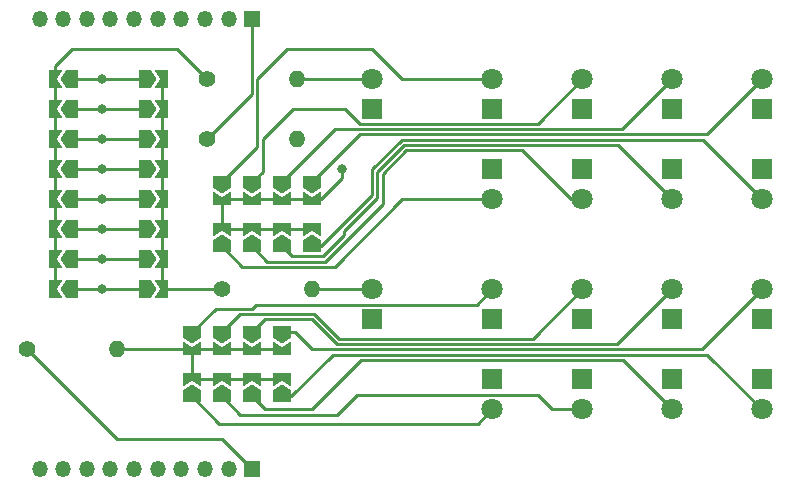
<source format=gtl>
%TF.GenerationSoftware,KiCad,Pcbnew,7.0.8*%
%TF.CreationDate,2023-10-10T01:17:21-07:00*%
%TF.ProjectId,htpm_control_module_display,6874706d-5f63-46f6-9e74-726f6c5f6d6f,1*%
%TF.SameCoordinates,Original*%
%TF.FileFunction,Copper,L1,Top*%
%TF.FilePolarity,Positive*%
%FSLAX46Y46*%
G04 Gerber Fmt 4.6, Leading zero omitted, Abs format (unit mm)*
G04 Created by KiCad (PCBNEW 7.0.8) date 2023-10-10 01:17:21*
%MOMM*%
%LPD*%
G01*
G04 APERTURE LIST*
G04 Aperture macros list*
%AMFreePoly0*
4,1,6,1.000000,0.000000,0.500000,-0.750000,-0.500000,-0.750000,-0.500000,0.750000,0.500000,0.750000,1.000000,0.000000,1.000000,0.000000,$1*%
%AMFreePoly1*
4,1,6,0.500000,-0.750000,-0.650000,-0.750000,-0.150000,0.000000,-0.650000,0.750000,0.500000,0.750000,0.500000,-0.750000,0.500000,-0.750000,$1*%
G04 Aperture macros list end*
%TA.AperFunction,ComponentPad*%
%ADD10R,1.800000X1.800000*%
%TD*%
%TA.AperFunction,ComponentPad*%
%ADD11C,1.800000*%
%TD*%
%TA.AperFunction,SMDPad,CuDef*%
%ADD12FreePoly0,90.000000*%
%TD*%
%TA.AperFunction,SMDPad,CuDef*%
%ADD13FreePoly1,90.000000*%
%TD*%
%TA.AperFunction,ComponentPad*%
%ADD14R,1.350000X1.350000*%
%TD*%
%TA.AperFunction,ComponentPad*%
%ADD15O,1.350000X1.350000*%
%TD*%
%TA.AperFunction,SMDPad,CuDef*%
%ADD16FreePoly0,180.000000*%
%TD*%
%TA.AperFunction,SMDPad,CuDef*%
%ADD17FreePoly1,180.000000*%
%TD*%
%TA.AperFunction,SMDPad,CuDef*%
%ADD18FreePoly0,270.000000*%
%TD*%
%TA.AperFunction,SMDPad,CuDef*%
%ADD19FreePoly1,270.000000*%
%TD*%
%TA.AperFunction,SMDPad,CuDef*%
%ADD20FreePoly0,0.000000*%
%TD*%
%TA.AperFunction,SMDPad,CuDef*%
%ADD21FreePoly1,0.000000*%
%TD*%
%TA.AperFunction,ComponentPad*%
%ADD22C,1.400000*%
%TD*%
%TA.AperFunction,ComponentPad*%
%ADD23O,1.400000X1.400000*%
%TD*%
%TA.AperFunction,ViaPad*%
%ADD24C,0.800000*%
%TD*%
%TA.AperFunction,Conductor*%
%ADD25C,0.250000*%
%TD*%
G04 APERTURE END LIST*
D10*
%TO.P,D7,1,K*%
%TO.N,GND*%
X147320000Y-86360000D03*
D11*
%TO.P,D7,2,A*%
%TO.N,Net-(D7-A)*%
X147320000Y-88900000D03*
%TD*%
D12*
%TO.P,JP8,1,A*%
%TO.N,Net-(D10-A)*%
X132080000Y-92890000D03*
D13*
%TO.P,JP8,2,B*%
%TO.N,Net-(JP1-B)*%
X132080000Y-91440000D03*
%TD*%
D14*
%TO.P,J1,1,Pin_1*%
%TO.N,+3.3V*%
X127000000Y-111760000D03*
D15*
%TO.P,J1,2,Pin_2*%
%TO.N,GND*%
X125000000Y-111760000D03*
%TO.P,J1,3,Pin_3*%
%TO.N,Net-(J1-Pin_3)*%
X123000000Y-111760000D03*
%TO.P,J1,4,Pin_4*%
%TO.N,Net-(J1-Pin_4)*%
X121000000Y-111760000D03*
%TO.P,J1,5,Pin_5*%
%TO.N,Net-(J1-Pin_5)*%
X119000000Y-111760000D03*
%TO.P,J1,6,Pin_6*%
%TO.N,Net-(J1-Pin_6)*%
X117000000Y-111760000D03*
%TO.P,J1,7,Pin_7*%
%TO.N,Net-(J1-Pin_7)*%
X115000000Y-111760000D03*
%TO.P,J1,8,Pin_8*%
%TO.N,Net-(J1-Pin_8)*%
X113000000Y-111760000D03*
%TO.P,J1,9,Pin_9*%
%TO.N,Net-(J1-Pin_9)*%
X111000000Y-111760000D03*
%TO.P,J1,10,Pin_10*%
%TO.N,Net-(J1-Pin_10)*%
X109000000Y-111760000D03*
%TD*%
D10*
%TO.P,D13,1,K*%
%TO.N,GND*%
X162560000Y-99060000D03*
D11*
%TO.P,D13,2,A*%
%TO.N,Net-(D13-A)*%
X162560000Y-96520000D03*
%TD*%
D10*
%TO.P,D2,1,K*%
%TO.N,GND*%
X137160000Y-99060000D03*
D11*
%TO.P,D2,2,A*%
%TO.N,Net-(D2-A)*%
X137160000Y-96520000D03*
%TD*%
D12*
%TO.P,JP6,1,A*%
%TO.N,Net-(D8-A)*%
X127000000Y-92890000D03*
D13*
%TO.P,JP6,2,B*%
%TO.N,Net-(JP1-B)*%
X127000000Y-91440000D03*
%TD*%
D10*
%TO.P,D6,1,K*%
%TO.N,GND*%
X170180000Y-81280000D03*
D11*
%TO.P,D6,2,A*%
%TO.N,Net-(D6-A)*%
X170180000Y-78740000D03*
%TD*%
D10*
%TO.P,D18,1,K*%
%TO.N,GND*%
X170180000Y-104140000D03*
D11*
%TO.P,D18,2,A*%
%TO.N,Net-(D18-A)*%
X170180000Y-106680000D03*
%TD*%
D16*
%TO.P,JP29,1,A*%
%TO.N,Net-(J1-Pin_7)*%
X111760000Y-86360000D03*
D17*
%TO.P,JP29,2,B*%
%TO.N,Net-(JP25-B)*%
X110310000Y-86360000D03*
%TD*%
D10*
%TO.P,D5,1,K*%
%TO.N,GND*%
X162560000Y-81280000D03*
D11*
%TO.P,D5,2,A*%
%TO.N,Net-(D5-A)*%
X162560000Y-78740000D03*
%TD*%
D18*
%TO.P,JP9,1,A*%
%TO.N,Net-(D11-A)*%
X121920000Y-100150000D03*
D19*
%TO.P,JP9,2,B*%
%TO.N,Net-(JP10-B)*%
X121920000Y-101600000D03*
%TD*%
D20*
%TO.P,JP17,1,A*%
%TO.N,Net-(J1-Pin_10)*%
X117930000Y-78740000D03*
D21*
%TO.P,JP17,2,B*%
%TO.N,Net-(JP17-B)*%
X119380000Y-78740000D03*
%TD*%
D18*
%TO.P,JP12,1,A*%
%TO.N,Net-(D14-A)*%
X129540000Y-100150000D03*
D19*
%TO.P,JP12,2,B*%
%TO.N,Net-(JP10-B)*%
X129540000Y-101600000D03*
%TD*%
D22*
%TO.P,R3,1*%
%TO.N,+3.3V*%
X107950000Y-101600000D03*
D23*
%TO.P,R3,2*%
%TO.N,Net-(JP10-B)*%
X115570000Y-101600000D03*
%TD*%
D14*
%TO.P,J2,1,Pin_1*%
%TO.N,+3.3V*%
X127000000Y-73660000D03*
D15*
%TO.P,J2,2,Pin_2*%
%TO.N,GND*%
X125000000Y-73660000D03*
%TO.P,J2,3,Pin_3*%
%TO.N,Net-(J1-Pin_3)*%
X123000000Y-73660000D03*
%TO.P,J2,4,Pin_4*%
%TO.N,Net-(J1-Pin_4)*%
X121000000Y-73660000D03*
%TO.P,J2,5,Pin_5*%
%TO.N,Net-(J1-Pin_5)*%
X119000000Y-73660000D03*
%TO.P,J2,6,Pin_6*%
%TO.N,Net-(J1-Pin_6)*%
X117000000Y-73660000D03*
%TO.P,J2,7,Pin_7*%
%TO.N,Net-(J1-Pin_7)*%
X115000000Y-73660000D03*
%TO.P,J2,8,Pin_8*%
%TO.N,Net-(J1-Pin_8)*%
X113000000Y-73660000D03*
%TO.P,J2,9,Pin_9*%
%TO.N,Net-(J1-Pin_9)*%
X111000000Y-73660000D03*
%TO.P,J2,10,Pin_10*%
%TO.N,Net-(J1-Pin_10)*%
X109000000Y-73660000D03*
%TD*%
D16*
%TO.P,JP27,1,A*%
%TO.N,Net-(J1-Pin_5)*%
X111760000Y-91440000D03*
D17*
%TO.P,JP27,2,B*%
%TO.N,Net-(JP25-B)*%
X110310000Y-91440000D03*
%TD*%
D16*
%TO.P,JP26,1,A*%
%TO.N,Net-(J1-Pin_4)*%
X111760000Y-93980000D03*
D17*
%TO.P,JP26,2,B*%
%TO.N,Net-(JP25-B)*%
X110310000Y-93980000D03*
%TD*%
D16*
%TO.P,JP31,1,A*%
%TO.N,Net-(J1-Pin_9)*%
X111760000Y-81280000D03*
D17*
%TO.P,JP31,2,B*%
%TO.N,Net-(JP25-B)*%
X110310000Y-81280000D03*
%TD*%
D16*
%TO.P,JP30,1,A*%
%TO.N,Net-(J1-Pin_8)*%
X111760000Y-83820000D03*
D17*
%TO.P,JP30,2,B*%
%TO.N,Net-(JP25-B)*%
X110310000Y-83820000D03*
%TD*%
D18*
%TO.P,JP2,1,A*%
%TO.N,Net-(D4-A)*%
X127000000Y-87450000D03*
D19*
%TO.P,JP2,2,B*%
%TO.N,Net-(JP1-B)*%
X127000000Y-88900000D03*
%TD*%
D20*
%TO.P,JP24,1,A*%
%TO.N,Net-(J1-Pin_3)*%
X117930000Y-96520000D03*
D21*
%TO.P,JP24,2,B*%
%TO.N,Net-(JP17-B)*%
X119380000Y-96520000D03*
%TD*%
D22*
%TO.P,R2,1*%
%TO.N,Net-(JP17-B)*%
X124460000Y-96520000D03*
D23*
%TO.P,R2,2*%
%TO.N,Net-(D2-A)*%
X132080000Y-96520000D03*
%TD*%
D10*
%TO.P,D4,1,K*%
%TO.N,GND*%
X154940000Y-81280000D03*
D11*
%TO.P,D4,2,A*%
%TO.N,Net-(D4-A)*%
X154940000Y-78740000D03*
%TD*%
D12*
%TO.P,JP5,1,A*%
%TO.N,Net-(D7-A)*%
X124460000Y-92890000D03*
D13*
%TO.P,JP5,2,B*%
%TO.N,Net-(JP1-B)*%
X124460000Y-91440000D03*
%TD*%
D22*
%TO.P,R4,1*%
%TO.N,+3.3V*%
X123190000Y-83820000D03*
D23*
%TO.P,R4,2*%
%TO.N,Net-(JP1-B)*%
X130810000Y-83820000D03*
%TD*%
D18*
%TO.P,JP10,1,A*%
%TO.N,Net-(D12-A)*%
X124460000Y-100150000D03*
D19*
%TO.P,JP10,2,B*%
%TO.N,Net-(JP10-B)*%
X124460000Y-101600000D03*
%TD*%
D10*
%TO.P,D14,1,K*%
%TO.N,GND*%
X170180000Y-99060000D03*
D11*
%TO.P,D14,2,A*%
%TO.N,Net-(D14-A)*%
X170180000Y-96520000D03*
%TD*%
D20*
%TO.P,JP20,1,A*%
%TO.N,Net-(J1-Pin_7)*%
X117930000Y-86360000D03*
D21*
%TO.P,JP20,2,B*%
%TO.N,Net-(JP17-B)*%
X119380000Y-86360000D03*
%TD*%
D10*
%TO.P,D12,1,K*%
%TO.N,GND*%
X154940000Y-99060000D03*
D11*
%TO.P,D12,2,A*%
%TO.N,Net-(D12-A)*%
X154940000Y-96520000D03*
%TD*%
D10*
%TO.P,D9,1,K*%
%TO.N,GND*%
X162560000Y-86360000D03*
D11*
%TO.P,D9,2,A*%
%TO.N,Net-(D9-A)*%
X162560000Y-88900000D03*
%TD*%
D10*
%TO.P,D3,1,K*%
%TO.N,GND*%
X147320000Y-81280000D03*
D11*
%TO.P,D3,2,A*%
%TO.N,Net-(D3-A)*%
X147320000Y-78740000D03*
%TD*%
D10*
%TO.P,D17,1,K*%
%TO.N,GND*%
X162560000Y-104140000D03*
D11*
%TO.P,D17,2,A*%
%TO.N,Net-(D17-A)*%
X162560000Y-106680000D03*
%TD*%
D20*
%TO.P,JP19,1,A*%
%TO.N,Net-(J1-Pin_8)*%
X117930000Y-83820000D03*
D21*
%TO.P,JP19,2,B*%
%TO.N,Net-(JP17-B)*%
X119380000Y-83820000D03*
%TD*%
D10*
%TO.P,D10,1,K*%
%TO.N,GND*%
X170180000Y-86360000D03*
D11*
%TO.P,D10,2,A*%
%TO.N,Net-(D10-A)*%
X170180000Y-88900000D03*
%TD*%
D16*
%TO.P,JP32,1,A*%
%TO.N,Net-(J1-Pin_10)*%
X111760000Y-78740000D03*
D17*
%TO.P,JP32,2,B*%
%TO.N,Net-(JP25-B)*%
X110310000Y-78740000D03*
%TD*%
D12*
%TO.P,JP14,1,A*%
%TO.N,Net-(D16-A)*%
X124460000Y-105590000D03*
D13*
%TO.P,JP14,2,B*%
%TO.N,Net-(JP10-B)*%
X124460000Y-104140000D03*
%TD*%
D20*
%TO.P,JP18,1,A*%
%TO.N,Net-(J1-Pin_9)*%
X117930000Y-81280000D03*
D21*
%TO.P,JP18,2,B*%
%TO.N,Net-(JP17-B)*%
X119380000Y-81280000D03*
%TD*%
D18*
%TO.P,JP1,1,A*%
%TO.N,Net-(D3-A)*%
X124460000Y-87450000D03*
D19*
%TO.P,JP1,2,B*%
%TO.N,Net-(JP1-B)*%
X124460000Y-88900000D03*
%TD*%
D12*
%TO.P,JP7,1,A*%
%TO.N,Net-(D9-A)*%
X129540000Y-92890000D03*
D13*
%TO.P,JP7,2,B*%
%TO.N,Net-(JP1-B)*%
X129540000Y-91440000D03*
%TD*%
D10*
%TO.P,D1,1,K*%
%TO.N,GND*%
X137160000Y-81280000D03*
D11*
%TO.P,D1,2,A*%
%TO.N,Net-(D1-A)*%
X137160000Y-78740000D03*
%TD*%
D12*
%TO.P,JP13,1,A*%
%TO.N,Net-(D15-A)*%
X121920000Y-105590000D03*
D13*
%TO.P,JP13,2,B*%
%TO.N,Net-(JP10-B)*%
X121920000Y-104140000D03*
%TD*%
D20*
%TO.P,JP23,1,A*%
%TO.N,Net-(J1-Pin_4)*%
X117930000Y-93980000D03*
D21*
%TO.P,JP23,2,B*%
%TO.N,Net-(JP17-B)*%
X119380000Y-93980000D03*
%TD*%
D16*
%TO.P,JP28,1,A*%
%TO.N,Net-(J1-Pin_6)*%
X111760000Y-88900000D03*
D17*
%TO.P,JP28,2,B*%
%TO.N,Net-(JP25-B)*%
X110310000Y-88900000D03*
%TD*%
D10*
%TO.P,D16,1,K*%
%TO.N,GND*%
X154940000Y-104140000D03*
D11*
%TO.P,D16,2,A*%
%TO.N,Net-(D16-A)*%
X154940000Y-106680000D03*
%TD*%
D18*
%TO.P,JP4,1,A*%
%TO.N,Net-(D6-A)*%
X132080000Y-87450000D03*
D19*
%TO.P,JP4,2,B*%
%TO.N,Net-(JP1-B)*%
X132080000Y-88900000D03*
%TD*%
D18*
%TO.P,JP11,1,A*%
%TO.N,Net-(D13-A)*%
X127000000Y-100150000D03*
D19*
%TO.P,JP11,2,B*%
%TO.N,Net-(JP10-B)*%
X127000000Y-101600000D03*
%TD*%
D12*
%TO.P,JP16,1,A*%
%TO.N,Net-(D18-A)*%
X129540000Y-105590000D03*
D13*
%TO.P,JP16,2,B*%
%TO.N,Net-(JP10-B)*%
X129540000Y-104140000D03*
%TD*%
D12*
%TO.P,JP15,1,A*%
%TO.N,Net-(D17-A)*%
X127000000Y-105590000D03*
D13*
%TO.P,JP15,2,B*%
%TO.N,Net-(JP10-B)*%
X127000000Y-104140000D03*
%TD*%
D20*
%TO.P,JP21,1,A*%
%TO.N,Net-(J1-Pin_6)*%
X117930000Y-88900000D03*
D21*
%TO.P,JP21,2,B*%
%TO.N,Net-(JP17-B)*%
X119380000Y-88900000D03*
%TD*%
D16*
%TO.P,JP25,1,A*%
%TO.N,Net-(J1-Pin_3)*%
X111760000Y-96520000D03*
D17*
%TO.P,JP25,2,B*%
%TO.N,Net-(JP25-B)*%
X110310000Y-96520000D03*
%TD*%
D22*
%TO.P,R1,1*%
%TO.N,Net-(JP25-B)*%
X123190000Y-78740000D03*
D23*
%TO.P,R1,2*%
%TO.N,Net-(D1-A)*%
X130810000Y-78740000D03*
%TD*%
D10*
%TO.P,D8,1,K*%
%TO.N,GND*%
X154940000Y-86360000D03*
D11*
%TO.P,D8,2,A*%
%TO.N,Net-(D8-A)*%
X154940000Y-88900000D03*
%TD*%
D20*
%TO.P,JP22,1,A*%
%TO.N,Net-(J1-Pin_5)*%
X117930000Y-91440000D03*
D21*
%TO.P,JP22,2,B*%
%TO.N,Net-(JP17-B)*%
X119380000Y-91440000D03*
%TD*%
D10*
%TO.P,D15,1,K*%
%TO.N,GND*%
X147320000Y-104140000D03*
D11*
%TO.P,D15,2,A*%
%TO.N,Net-(D15-A)*%
X147320000Y-106680000D03*
%TD*%
D18*
%TO.P,JP3,1,A*%
%TO.N,Net-(D5-A)*%
X129540000Y-87450000D03*
D19*
%TO.P,JP3,2,B*%
%TO.N,Net-(JP1-B)*%
X129540000Y-88900000D03*
%TD*%
D10*
%TO.P,D11,1,K*%
%TO.N,GND*%
X147320000Y-99060000D03*
D11*
%TO.P,D11,2,A*%
%TO.N,Net-(D11-A)*%
X147320000Y-96520000D03*
%TD*%
D24*
%TO.N,Net-(J1-Pin_3)*%
X114300000Y-96520000D03*
%TO.N,Net-(J1-Pin_4)*%
X114300000Y-93980000D03*
%TO.N,Net-(J1-Pin_5)*%
X114300000Y-91440000D03*
%TO.N,Net-(J1-Pin_6)*%
X114300000Y-88900000D03*
%TO.N,Net-(J1-Pin_7)*%
X114300000Y-86360000D03*
%TO.N,Net-(J1-Pin_8)*%
X114300000Y-83820000D03*
%TO.N,Net-(J1-Pin_9)*%
X114300000Y-81280000D03*
%TO.N,Net-(J1-Pin_10)*%
X114300000Y-78740000D03*
%TO.N,Net-(JP1-B)*%
X134620000Y-86360000D03*
%TD*%
D25*
%TO.N,Net-(D1-A)*%
X130810000Y-78740000D02*
X137160000Y-78740000D01*
%TO.N,Net-(D2-A)*%
X132080000Y-96520000D02*
X137160000Y-96520000D01*
%TO.N,Net-(D3-A)*%
X139700000Y-78740000D02*
X147320000Y-78740000D01*
X124460000Y-87450000D02*
X127450000Y-84460000D01*
X127450000Y-84460000D02*
X127450000Y-78740000D01*
X127450000Y-78740000D02*
X129990000Y-76200000D01*
X137160000Y-76200000D02*
X139700000Y-78740000D01*
X129990000Y-76200000D02*
X137160000Y-76200000D01*
%TO.N,Net-(D4-A)*%
X127900000Y-86550000D02*
X127900000Y-83820000D01*
X127900000Y-83820000D02*
X130440000Y-81280000D01*
X151175000Y-82505000D02*
X154940000Y-78740000D01*
X134900380Y-81280000D02*
X136125380Y-82505000D01*
X127000000Y-87450000D02*
X127900000Y-86550000D01*
X130440000Y-81280000D02*
X134900380Y-81280000D01*
X136125380Y-82505000D02*
X151175000Y-82505000D01*
%TO.N,Net-(D5-A)*%
X158345000Y-82955000D02*
X162560000Y-78740000D01*
X134035000Y-82955000D02*
X158345000Y-82955000D01*
X129540000Y-87450000D02*
X134035000Y-82955000D01*
%TO.N,Net-(D6-A)*%
X136125000Y-83405000D02*
X165515000Y-83405000D01*
X165515000Y-83405000D02*
X170180000Y-78740000D01*
X132080000Y-87450000D02*
X136125000Y-83405000D01*
%TO.N,Net-(D7-A)*%
X139700000Y-88900000D02*
X147320000Y-88900000D01*
X133985000Y-94615000D02*
X139700000Y-88900000D01*
X124460000Y-92890000D02*
X126185000Y-94615000D01*
X126185000Y-94615000D02*
X133985000Y-94615000D01*
%TO.N,Net-(D8-A)*%
X154005000Y-88900000D02*
X154940000Y-88900000D01*
X140037792Y-84755000D02*
X149860000Y-84755000D01*
X133151016Y-94165000D02*
X138060000Y-89256016D01*
X138060000Y-89256016D02*
X138060000Y-86732792D01*
X127000000Y-92890000D02*
X128275000Y-94165000D01*
X128275000Y-94165000D02*
X133151016Y-94165000D01*
X149860000Y-84755000D02*
X154005000Y-88900000D01*
X138060000Y-86732792D02*
X140037792Y-84755000D01*
%TO.N,Net-(D9-A)*%
X137610000Y-86546396D02*
X139851396Y-84305000D01*
X130365000Y-93715000D02*
X132964620Y-93715000D01*
X157965000Y-84305000D02*
X162560000Y-88900000D01*
X129540000Y-92890000D02*
X130365000Y-93715000D01*
X134768198Y-91588198D02*
X137610000Y-88746396D01*
X132964620Y-93715000D02*
X134768198Y-91911422D01*
X137610000Y-88746396D02*
X137610000Y-86546396D01*
X139851396Y-84305000D02*
X157965000Y-84305000D01*
X134768198Y-91911422D02*
X134768198Y-91588198D01*
%TO.N,Net-(D10-A)*%
X137160000Y-88560000D02*
X137160000Y-86360000D01*
X137160000Y-86360000D02*
X139665000Y-83855000D01*
X165135000Y-83855000D02*
X170180000Y-88900000D01*
X139665000Y-83855000D02*
X165135000Y-83855000D01*
X132080000Y-92890000D02*
X132830000Y-92890000D01*
X132830000Y-92890000D02*
X137160000Y-88560000D01*
%TO.N,Net-(D11-A)*%
X146005000Y-97835000D02*
X147320000Y-96520000D01*
X127325000Y-97835000D02*
X146005000Y-97835000D01*
X127000000Y-98160000D02*
X127325000Y-97835000D01*
X123910000Y-98160000D02*
X127000000Y-98160000D01*
X121920000Y-100150000D02*
X123910000Y-98160000D01*
%TO.N,Net-(D12-A)*%
X126000000Y-98610000D02*
X132266396Y-98610000D01*
X124460000Y-100150000D02*
X126000000Y-98610000D01*
X132266396Y-98610000D02*
X134356396Y-100700000D01*
X134356396Y-100700000D02*
X150760000Y-100700000D01*
X150760000Y-100700000D02*
X154940000Y-96520000D01*
%TO.N,Net-(D13-A)*%
X128090000Y-99060000D02*
X132080000Y-99060000D01*
X134170000Y-101150000D02*
X157930000Y-101150000D01*
X127000000Y-100150000D02*
X128090000Y-99060000D01*
X132080000Y-99060000D02*
X134170000Y-101150000D01*
X157930000Y-101150000D02*
X162560000Y-96520000D01*
%TO.N,Net-(D14-A)*%
X132080000Y-101600000D02*
X165100000Y-101600000D01*
X129540000Y-100150000D02*
X130630000Y-100150000D01*
X130630000Y-100150000D02*
X132080000Y-101600000D01*
X165100000Y-101600000D02*
X170180000Y-96520000D01*
%TO.N,Net-(D15-A)*%
X146099930Y-107900070D02*
X147320000Y-106680000D01*
X121920000Y-105590000D02*
X124230070Y-107900070D01*
X124230070Y-107900070D02*
X146099930Y-107900070D01*
%TO.N,Net-(D16-A)*%
X126000000Y-107130000D02*
X134170000Y-107130000D01*
X134170000Y-107130000D02*
X135840070Y-105459930D01*
X152400000Y-106680000D02*
X154940000Y-106680000D01*
X124460000Y-105590000D02*
X126000000Y-107130000D01*
X151179930Y-105459930D02*
X152400000Y-106680000D01*
X135840070Y-105459930D02*
X151179930Y-105459930D01*
%TO.N,Net-(D17-A)*%
X127000000Y-105590000D02*
X128090000Y-106680000D01*
X136260000Y-102500000D02*
X158380000Y-102500000D01*
X132080000Y-106680000D02*
X136260000Y-102500000D01*
X158380000Y-102500000D02*
X162560000Y-106680000D01*
X128090000Y-106680000D02*
X132080000Y-106680000D01*
%TO.N,Net-(D18-A)*%
X130290000Y-105590000D02*
X133830000Y-102050000D01*
X133830000Y-102050000D02*
X165550000Y-102050000D01*
X165550000Y-102050000D02*
X170180000Y-106680000D01*
X129540000Y-105590000D02*
X130290000Y-105590000D01*
%TO.N,+3.3V*%
X107950000Y-101600000D02*
X115570000Y-109220000D01*
X127000000Y-80010000D02*
X123190000Y-83820000D01*
X115570000Y-109220000D02*
X124460000Y-109220000D01*
X127000000Y-73660000D02*
X127000000Y-80010000D01*
X124460000Y-109220000D02*
X127000000Y-111760000D01*
%TO.N,Net-(J1-Pin_3)*%
X117930000Y-96520000D02*
X114300000Y-96520000D01*
X114300000Y-96520000D02*
X111760000Y-96520000D01*
%TO.N,Net-(J1-Pin_4)*%
X114300000Y-93980000D02*
X117930000Y-93980000D01*
X111760000Y-93980000D02*
X114300000Y-93980000D01*
%TO.N,Net-(J1-Pin_5)*%
X117930000Y-91440000D02*
X114300000Y-91440000D01*
X114300000Y-91440000D02*
X111760000Y-91440000D01*
%TO.N,Net-(J1-Pin_6)*%
X111760000Y-88900000D02*
X114300000Y-88900000D01*
X114300000Y-88900000D02*
X117930000Y-88900000D01*
%TO.N,Net-(J1-Pin_7)*%
X117930000Y-86360000D02*
X114300000Y-86360000D01*
X114300000Y-86360000D02*
X111760000Y-86360000D01*
%TO.N,Net-(J1-Pin_8)*%
X114300000Y-83820000D02*
X117930000Y-83820000D01*
X111760000Y-83820000D02*
X114300000Y-83820000D01*
%TO.N,Net-(J1-Pin_9)*%
X117930000Y-81280000D02*
X114300000Y-81280000D01*
X114300000Y-81280000D02*
X111760000Y-81280000D01*
%TO.N,Net-(J1-Pin_10)*%
X114300000Y-78740000D02*
X117930000Y-78740000D01*
X111760000Y-78740000D02*
X114300000Y-78740000D01*
%TO.N,Net-(JP1-B)*%
X134620000Y-87110000D02*
X132830000Y-88900000D01*
X132080000Y-88900000D02*
X124460000Y-88900000D01*
X132830000Y-88900000D02*
X132080000Y-88900000D01*
X134620000Y-86360000D02*
X134620000Y-87110000D01*
X124460000Y-88900000D02*
X124460000Y-91440000D01*
X124460000Y-91440000D02*
X132080000Y-91440000D01*
%TO.N,Net-(JP17-B)*%
X119380000Y-96520000D02*
X119380000Y-78740000D01*
X124460000Y-96520000D02*
X119380000Y-96520000D01*
%TO.N,Net-(JP25-B)*%
X110310000Y-78740000D02*
X110310000Y-96520000D01*
X123190000Y-78740000D02*
X120650000Y-76200000D01*
X120650000Y-76200000D02*
X111760000Y-76200000D01*
X110310000Y-77650000D02*
X110310000Y-78740000D01*
X111760000Y-76200000D02*
X110310000Y-77650000D01*
%TO.N,Net-(JP10-B)*%
X115570000Y-101600000D02*
X121920000Y-101600000D01*
X121920000Y-104140000D02*
X129540000Y-104140000D01*
X129540000Y-101600000D02*
X121920000Y-101600000D01*
X121920000Y-101600000D02*
X121920000Y-104140000D01*
%TD*%
M02*

</source>
